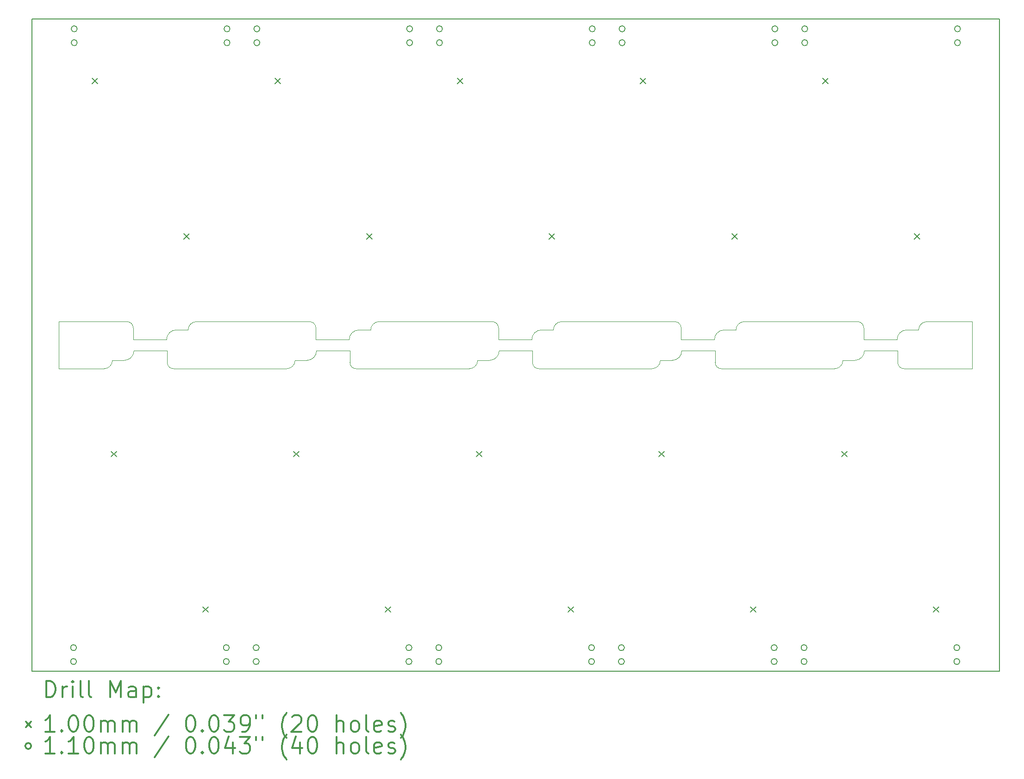
<source format=gbr>
%FSLAX45Y45*%
G04 Gerber Fmt 4.5, Leading zero omitted, Abs format (unit mm)*
G04 Created by KiCad (PCBNEW 4.0.7+dfsg1-1) date Thu Apr 26 21:13:50 2018*
%MOMM*%
%LPD*%
G01*
G04 APERTURE LIST*
%ADD10C,0.127000*%
%ADD11C,0.100000*%
%ADD12C,0.200000*%
%ADD13C,0.300000*%
G04 APERTURE END LIST*
D10*
D11*
X12623900Y-15099000D02*
X12623800Y-14236700D01*
X29324300Y-14236700D02*
X29324400Y-15099000D01*
D12*
X29823000Y-8700000D02*
X12127000Y-8699000D01*
X29823000Y-20636000D02*
X29823000Y-8700000D01*
X12127000Y-20636000D02*
X29823000Y-20636000D01*
X12127000Y-8699000D02*
X12127000Y-20638000D01*
D11*
X26809800Y-15099000D02*
X25984300Y-15099000D01*
X23469700Y-15099000D02*
X22644200Y-15099000D01*
X20129600Y-15099000D02*
X19304100Y-15099000D01*
X16789500Y-15099000D02*
X15964000Y-15099000D01*
X25984300Y-20636200D02*
X29324400Y-20636200D01*
X22644200Y-20636200D02*
X25984300Y-20636200D01*
X19304100Y-20636200D02*
X22644200Y-20636200D01*
X15964000Y-20636200D02*
X19304100Y-20636200D01*
X29324400Y-15099000D02*
X28079800Y-15099000D01*
X25984300Y-15099000D02*
X24739700Y-15099000D01*
X22644200Y-15099000D02*
X21399600Y-15099000D01*
X19304100Y-15099000D02*
X18059500Y-15099000D01*
X27228899Y-14237567D02*
G75*
G02X27343199Y-14351867I0J-114300D01*
G01*
X23888799Y-14237567D02*
G75*
G02X24003099Y-14351867I0J-114300D01*
G01*
X20548699Y-14237567D02*
G75*
G02X20662999Y-14351867I0J-114300D01*
G01*
X17208599Y-14237567D02*
G75*
G02X17322899Y-14351867I0J-114300D01*
G01*
X27178100Y-14946600D02*
G75*
G03X27355900Y-14768800I0J177800D01*
G01*
X23838000Y-14946600D02*
G75*
G03X24015800Y-14768800I0J177800D01*
G01*
X20497900Y-14946600D02*
G75*
G03X20675700Y-14768800I0J177800D01*
G01*
X17157800Y-14946600D02*
G75*
G03X17335600Y-14768800I0J177800D01*
G01*
X26809800Y-15099000D02*
G75*
G03X26962200Y-14946600I0J152400D01*
G01*
X23469700Y-15099000D02*
G75*
G03X23622100Y-14946600I0J152400D01*
G01*
X20129600Y-15099000D02*
G75*
G03X20282000Y-14946600I0J152400D01*
G01*
X16789500Y-15099000D02*
G75*
G03X16941900Y-14946600I0J152400D01*
G01*
X27355900Y-14768800D02*
X27965500Y-14768800D01*
X24015800Y-14768800D02*
X24625400Y-14768800D01*
X20675700Y-14768800D02*
X21285300Y-14768800D01*
X17335600Y-14768800D02*
X17945200Y-14768800D01*
X26962200Y-14946600D02*
X27178100Y-14946600D01*
X23622100Y-14946600D02*
X23838000Y-14946600D01*
X20282000Y-14946600D02*
X20497900Y-14946600D01*
X16941900Y-14946600D02*
X17157800Y-14946600D01*
X27343199Y-14567767D02*
X27343199Y-14351867D01*
X24003099Y-14567767D02*
X24003099Y-14351867D01*
X20662999Y-14567767D02*
X20662999Y-14351867D01*
X17322899Y-14567767D02*
X17322899Y-14351867D01*
X27952799Y-14567767D02*
X27343199Y-14567767D01*
X24612699Y-14567767D02*
X24003099Y-14567767D01*
X21272599Y-14567767D02*
X20662999Y-14567767D01*
X17932499Y-14567767D02*
X17322899Y-14567767D01*
X28498899Y-14237567D02*
G75*
G03X28346499Y-14389967I0J-152400D01*
G01*
X25158799Y-14237567D02*
G75*
G03X25006399Y-14389967I0J-152400D01*
G01*
X21818699Y-14237567D02*
G75*
G03X21666299Y-14389967I0J-152400D01*
G01*
X18478599Y-14237567D02*
G75*
G03X18326199Y-14389967I0J-152400D01*
G01*
X28346499Y-14389967D02*
X28130599Y-14389967D01*
X25006399Y-14389967D02*
X24790499Y-14389967D01*
X21666299Y-14389967D02*
X21450399Y-14389967D01*
X18326199Y-14389967D02*
X18110299Y-14389967D01*
X27965500Y-14768800D02*
X27965500Y-14984700D01*
X24625400Y-14768800D02*
X24625400Y-14984700D01*
X21285300Y-14768800D02*
X21285300Y-14984700D01*
X17945200Y-14768800D02*
X17945200Y-14984700D01*
X28130599Y-14389967D02*
G75*
G03X27952799Y-14567767I0J-177800D01*
G01*
X24790499Y-14389967D02*
G75*
G03X24612699Y-14567767I0J-177800D01*
G01*
X21450399Y-14389967D02*
G75*
G03X21272599Y-14567767I0J-177800D01*
G01*
X18110299Y-14389967D02*
G75*
G03X17932499Y-14567767I0J-177800D01*
G01*
X28079800Y-15099000D02*
G75*
G02X27965500Y-14984700I0J114300D01*
G01*
X24739700Y-15099000D02*
G75*
G02X24625400Y-14984700I0J114300D01*
G01*
X21399600Y-15099000D02*
G75*
G02X21285300Y-14984700I0J114300D01*
G01*
X18059500Y-15099000D02*
G75*
G02X17945200Y-14984700I0J114300D01*
G01*
X29324399Y-8700367D02*
X25984299Y-8700367D01*
X25984299Y-8700367D02*
X22644199Y-8700367D01*
X22644199Y-8700367D02*
X19304099Y-8700367D01*
X19304099Y-8700367D02*
X15963999Y-8700367D01*
X28498899Y-14237567D02*
X29324399Y-14237567D01*
X25158799Y-14237567D02*
X25984299Y-14237567D01*
X21818699Y-14237567D02*
X22644199Y-14237567D01*
X18478599Y-14237567D02*
X19304099Y-14237567D01*
X25984299Y-14237567D02*
X27228899Y-14237567D01*
X22644199Y-14237567D02*
X23888799Y-14237567D01*
X19304099Y-14237567D02*
X20548699Y-14237567D01*
X15963999Y-14237567D02*
X17208599Y-14237567D01*
X12623900Y-20636200D02*
X15964000Y-20636200D01*
X15964000Y-15099000D02*
X14719400Y-15099000D01*
X13449400Y-15099000D02*
X12623900Y-15099000D01*
X14719400Y-15099000D02*
G75*
G02X14605100Y-14984700I0J114300D01*
G01*
X13995500Y-14768800D02*
X14605100Y-14768800D01*
X13817700Y-14946600D02*
G75*
G03X13995500Y-14768800I0J177800D01*
G01*
X14605100Y-14768800D02*
X14605100Y-14984700D01*
X13601800Y-14946600D02*
X13817700Y-14946600D01*
X13449400Y-15099000D02*
G75*
G03X13601800Y-14946600I0J152400D01*
G01*
X14986099Y-14389967D02*
X14770199Y-14389967D01*
X15138499Y-14237567D02*
G75*
G03X14986099Y-14389967I0J-152400D01*
G01*
X14770199Y-14389967D02*
G75*
G03X14592399Y-14567767I0J-177800D01*
G01*
X13868499Y-14237567D02*
G75*
G02X13982799Y-14351867I0J-114300D01*
G01*
X13982799Y-14567767D02*
X13982799Y-14351867D01*
X15138499Y-14237567D02*
X15963999Y-14237567D01*
X12623899Y-14237567D02*
X13868499Y-14237567D01*
X14592399Y-14567767D02*
X13982799Y-14567767D01*
X15963999Y-8700367D02*
X12623899Y-8700367D01*
D12*
X13234299Y-9780667D02*
X13334299Y-9880667D01*
X13334299Y-9780667D02*
X13234299Y-9880667D01*
X13577200Y-16611100D02*
X13677200Y-16711100D01*
X13677200Y-16611100D02*
X13577200Y-16711100D01*
X14910699Y-12625467D02*
X15010699Y-12725467D01*
X15010699Y-12625467D02*
X14910699Y-12725467D01*
X15253600Y-19455900D02*
X15353600Y-19555900D01*
X15353600Y-19455900D02*
X15253600Y-19555900D01*
X16574399Y-9780667D02*
X16674399Y-9880667D01*
X16674399Y-9780667D02*
X16574399Y-9880667D01*
X16917300Y-16611100D02*
X17017300Y-16711100D01*
X17017300Y-16611100D02*
X16917300Y-16711100D01*
X18250799Y-12625467D02*
X18350799Y-12725467D01*
X18350799Y-12625467D02*
X18250799Y-12725467D01*
X18593700Y-19455900D02*
X18693700Y-19555900D01*
X18693700Y-19455900D02*
X18593700Y-19555900D01*
X19914499Y-9780667D02*
X20014499Y-9880667D01*
X20014499Y-9780667D02*
X19914499Y-9880667D01*
X20257400Y-16611100D02*
X20357400Y-16711100D01*
X20357400Y-16611100D02*
X20257400Y-16711100D01*
X21590899Y-12625467D02*
X21690899Y-12725467D01*
X21690899Y-12625467D02*
X21590899Y-12725467D01*
X21933800Y-19455900D02*
X22033800Y-19555900D01*
X22033800Y-19455900D02*
X21933800Y-19555900D01*
X23254599Y-9780667D02*
X23354599Y-9880667D01*
X23354599Y-9780667D02*
X23254599Y-9880667D01*
X23597500Y-16611100D02*
X23697500Y-16711100D01*
X23697500Y-16611100D02*
X23597500Y-16711100D01*
X24930999Y-12625467D02*
X25030999Y-12725467D01*
X25030999Y-12625467D02*
X24930999Y-12725467D01*
X25273900Y-19455900D02*
X25373900Y-19555900D01*
X25373900Y-19455900D02*
X25273900Y-19555900D01*
X26594699Y-9780667D02*
X26694699Y-9880667D01*
X26694699Y-9780667D02*
X26594699Y-9880667D01*
X26937600Y-16611100D02*
X27037600Y-16711100D01*
X27037600Y-16611100D02*
X26937600Y-16711100D01*
X28271099Y-12625467D02*
X28371099Y-12725467D01*
X28371099Y-12625467D02*
X28271099Y-12725467D01*
X28614000Y-19455900D02*
X28714000Y-19555900D01*
X28714000Y-19455900D02*
X28614000Y-19555900D01*
X12945600Y-20204400D02*
G75*
G03X12945600Y-20204400I-55000J0D01*
G01*
X12945600Y-20458400D02*
G75*
G03X12945600Y-20458400I-55000J0D01*
G01*
X12958299Y-8878167D02*
G75*
G03X12958299Y-8878167I-55000J0D01*
G01*
X12958299Y-9132167D02*
G75*
G03X12958299Y-9132167I-55000J0D01*
G01*
X15739600Y-20204400D02*
G75*
G03X15739600Y-20204400I-55000J0D01*
G01*
X15739600Y-20458400D02*
G75*
G03X15739600Y-20458400I-55000J0D01*
G01*
X15752299Y-8878167D02*
G75*
G03X15752299Y-8878167I-55000J0D01*
G01*
X15752299Y-9132167D02*
G75*
G03X15752299Y-9132167I-55000J0D01*
G01*
X16285700Y-20204400D02*
G75*
G03X16285700Y-20204400I-55000J0D01*
G01*
X16285700Y-20458400D02*
G75*
G03X16285700Y-20458400I-55000J0D01*
G01*
X16298399Y-8878167D02*
G75*
G03X16298399Y-8878167I-55000J0D01*
G01*
X16298399Y-9132167D02*
G75*
G03X16298399Y-9132167I-55000J0D01*
G01*
X19079700Y-20204400D02*
G75*
G03X19079700Y-20204400I-55000J0D01*
G01*
X19079700Y-20458400D02*
G75*
G03X19079700Y-20458400I-55000J0D01*
G01*
X19092399Y-8878167D02*
G75*
G03X19092399Y-8878167I-55000J0D01*
G01*
X19092399Y-9132167D02*
G75*
G03X19092399Y-9132167I-55000J0D01*
G01*
X19625800Y-20204400D02*
G75*
G03X19625800Y-20204400I-55000J0D01*
G01*
X19625800Y-20458400D02*
G75*
G03X19625800Y-20458400I-55000J0D01*
G01*
X19638499Y-8878167D02*
G75*
G03X19638499Y-8878167I-55000J0D01*
G01*
X19638499Y-9132167D02*
G75*
G03X19638499Y-9132167I-55000J0D01*
G01*
X22419800Y-20204400D02*
G75*
G03X22419800Y-20204400I-55000J0D01*
G01*
X22419800Y-20458400D02*
G75*
G03X22419800Y-20458400I-55000J0D01*
G01*
X22432499Y-8878167D02*
G75*
G03X22432499Y-8878167I-55000J0D01*
G01*
X22432499Y-9132167D02*
G75*
G03X22432499Y-9132167I-55000J0D01*
G01*
X22965900Y-20204400D02*
G75*
G03X22965900Y-20204400I-55000J0D01*
G01*
X22965900Y-20458400D02*
G75*
G03X22965900Y-20458400I-55000J0D01*
G01*
X22978599Y-8878167D02*
G75*
G03X22978599Y-8878167I-55000J0D01*
G01*
X22978599Y-9132167D02*
G75*
G03X22978599Y-9132167I-55000J0D01*
G01*
X25759900Y-20204400D02*
G75*
G03X25759900Y-20204400I-55000J0D01*
G01*
X25759900Y-20458400D02*
G75*
G03X25759900Y-20458400I-55000J0D01*
G01*
X25772599Y-8878167D02*
G75*
G03X25772599Y-8878167I-55000J0D01*
G01*
X25772599Y-9132167D02*
G75*
G03X25772599Y-9132167I-55000J0D01*
G01*
X26306000Y-20204400D02*
G75*
G03X26306000Y-20204400I-55000J0D01*
G01*
X26306000Y-20458400D02*
G75*
G03X26306000Y-20458400I-55000J0D01*
G01*
X26318699Y-8878167D02*
G75*
G03X26318699Y-8878167I-55000J0D01*
G01*
X26318699Y-9132167D02*
G75*
G03X26318699Y-9132167I-55000J0D01*
G01*
X29100000Y-20204400D02*
G75*
G03X29100000Y-20204400I-55000J0D01*
G01*
X29100000Y-20458400D02*
G75*
G03X29100000Y-20458400I-55000J0D01*
G01*
X29112699Y-8878167D02*
G75*
G03X29112699Y-8878167I-55000J0D01*
G01*
X29112699Y-9132167D02*
G75*
G03X29112699Y-9132167I-55000J0D01*
G01*
D13*
X12388428Y-21113714D02*
X12388428Y-20813714D01*
X12459857Y-20813714D01*
X12502714Y-20828000D01*
X12531286Y-20856572D01*
X12545571Y-20885143D01*
X12559857Y-20942286D01*
X12559857Y-20985143D01*
X12545571Y-21042286D01*
X12531286Y-21070857D01*
X12502714Y-21099429D01*
X12459857Y-21113714D01*
X12388428Y-21113714D01*
X12688428Y-21113714D02*
X12688428Y-20913714D01*
X12688428Y-20970857D02*
X12702714Y-20942286D01*
X12717000Y-20928000D01*
X12745571Y-20913714D01*
X12774143Y-20913714D01*
X12874143Y-21113714D02*
X12874143Y-20913714D01*
X12874143Y-20813714D02*
X12859857Y-20828000D01*
X12874143Y-20842286D01*
X12888428Y-20828000D01*
X12874143Y-20813714D01*
X12874143Y-20842286D01*
X13059857Y-21113714D02*
X13031286Y-21099429D01*
X13017000Y-21070857D01*
X13017000Y-20813714D01*
X13217000Y-21113714D02*
X13188428Y-21099429D01*
X13174143Y-21070857D01*
X13174143Y-20813714D01*
X13559857Y-21113714D02*
X13559857Y-20813714D01*
X13659857Y-21028000D01*
X13759857Y-20813714D01*
X13759857Y-21113714D01*
X14031286Y-21113714D02*
X14031286Y-20956572D01*
X14017000Y-20928000D01*
X13988428Y-20913714D01*
X13931286Y-20913714D01*
X13902714Y-20928000D01*
X14031286Y-21099429D02*
X14002714Y-21113714D01*
X13931286Y-21113714D01*
X13902714Y-21099429D01*
X13888428Y-21070857D01*
X13888428Y-21042286D01*
X13902714Y-21013714D01*
X13931286Y-20999429D01*
X14002714Y-20999429D01*
X14031286Y-20985143D01*
X14174143Y-20913714D02*
X14174143Y-21213714D01*
X14174143Y-20928000D02*
X14202714Y-20913714D01*
X14259857Y-20913714D01*
X14288428Y-20928000D01*
X14302714Y-20942286D01*
X14317000Y-20970857D01*
X14317000Y-21056572D01*
X14302714Y-21085143D01*
X14288428Y-21099429D01*
X14259857Y-21113714D01*
X14202714Y-21113714D01*
X14174143Y-21099429D01*
X14445571Y-21085143D02*
X14459857Y-21099429D01*
X14445571Y-21113714D01*
X14431286Y-21099429D01*
X14445571Y-21085143D01*
X14445571Y-21113714D01*
X14445571Y-20928000D02*
X14459857Y-20942286D01*
X14445571Y-20956572D01*
X14431286Y-20942286D01*
X14445571Y-20928000D01*
X14445571Y-20956572D01*
X12017000Y-21558000D02*
X12117000Y-21658000D01*
X12117000Y-21558000D02*
X12017000Y-21658000D01*
X12545571Y-21743714D02*
X12374143Y-21743714D01*
X12459857Y-21743714D02*
X12459857Y-21443714D01*
X12431286Y-21486572D01*
X12402714Y-21515143D01*
X12374143Y-21529429D01*
X12674143Y-21715143D02*
X12688428Y-21729429D01*
X12674143Y-21743714D01*
X12659857Y-21729429D01*
X12674143Y-21715143D01*
X12674143Y-21743714D01*
X12874143Y-21443714D02*
X12902714Y-21443714D01*
X12931286Y-21458000D01*
X12945571Y-21472286D01*
X12959857Y-21500857D01*
X12974143Y-21558000D01*
X12974143Y-21629429D01*
X12959857Y-21686572D01*
X12945571Y-21715143D01*
X12931286Y-21729429D01*
X12902714Y-21743714D01*
X12874143Y-21743714D01*
X12845571Y-21729429D01*
X12831286Y-21715143D01*
X12817000Y-21686572D01*
X12802714Y-21629429D01*
X12802714Y-21558000D01*
X12817000Y-21500857D01*
X12831286Y-21472286D01*
X12845571Y-21458000D01*
X12874143Y-21443714D01*
X13159857Y-21443714D02*
X13188428Y-21443714D01*
X13217000Y-21458000D01*
X13231286Y-21472286D01*
X13245571Y-21500857D01*
X13259857Y-21558000D01*
X13259857Y-21629429D01*
X13245571Y-21686572D01*
X13231286Y-21715143D01*
X13217000Y-21729429D01*
X13188428Y-21743714D01*
X13159857Y-21743714D01*
X13131286Y-21729429D01*
X13117000Y-21715143D01*
X13102714Y-21686572D01*
X13088428Y-21629429D01*
X13088428Y-21558000D01*
X13102714Y-21500857D01*
X13117000Y-21472286D01*
X13131286Y-21458000D01*
X13159857Y-21443714D01*
X13388428Y-21743714D02*
X13388428Y-21543714D01*
X13388428Y-21572286D02*
X13402714Y-21558000D01*
X13431286Y-21543714D01*
X13474143Y-21543714D01*
X13502714Y-21558000D01*
X13517000Y-21586572D01*
X13517000Y-21743714D01*
X13517000Y-21586572D02*
X13531286Y-21558000D01*
X13559857Y-21543714D01*
X13602714Y-21543714D01*
X13631286Y-21558000D01*
X13645571Y-21586572D01*
X13645571Y-21743714D01*
X13788428Y-21743714D02*
X13788428Y-21543714D01*
X13788428Y-21572286D02*
X13802714Y-21558000D01*
X13831286Y-21543714D01*
X13874143Y-21543714D01*
X13902714Y-21558000D01*
X13917000Y-21586572D01*
X13917000Y-21743714D01*
X13917000Y-21586572D02*
X13931286Y-21558000D01*
X13959857Y-21543714D01*
X14002714Y-21543714D01*
X14031286Y-21558000D01*
X14045571Y-21586572D01*
X14045571Y-21743714D01*
X14631286Y-21429429D02*
X14374143Y-21815143D01*
X15017000Y-21443714D02*
X15045571Y-21443714D01*
X15074143Y-21458000D01*
X15088428Y-21472286D01*
X15102714Y-21500857D01*
X15117000Y-21558000D01*
X15117000Y-21629429D01*
X15102714Y-21686572D01*
X15088428Y-21715143D01*
X15074143Y-21729429D01*
X15045571Y-21743714D01*
X15017000Y-21743714D01*
X14988428Y-21729429D01*
X14974143Y-21715143D01*
X14959857Y-21686572D01*
X14945571Y-21629429D01*
X14945571Y-21558000D01*
X14959857Y-21500857D01*
X14974143Y-21472286D01*
X14988428Y-21458000D01*
X15017000Y-21443714D01*
X15245571Y-21715143D02*
X15259857Y-21729429D01*
X15245571Y-21743714D01*
X15231286Y-21729429D01*
X15245571Y-21715143D01*
X15245571Y-21743714D01*
X15445571Y-21443714D02*
X15474143Y-21443714D01*
X15502714Y-21458000D01*
X15517000Y-21472286D01*
X15531285Y-21500857D01*
X15545571Y-21558000D01*
X15545571Y-21629429D01*
X15531285Y-21686572D01*
X15517000Y-21715143D01*
X15502714Y-21729429D01*
X15474143Y-21743714D01*
X15445571Y-21743714D01*
X15417000Y-21729429D01*
X15402714Y-21715143D01*
X15388428Y-21686572D01*
X15374143Y-21629429D01*
X15374143Y-21558000D01*
X15388428Y-21500857D01*
X15402714Y-21472286D01*
X15417000Y-21458000D01*
X15445571Y-21443714D01*
X15645571Y-21443714D02*
X15831285Y-21443714D01*
X15731285Y-21558000D01*
X15774143Y-21558000D01*
X15802714Y-21572286D01*
X15817000Y-21586572D01*
X15831285Y-21615143D01*
X15831285Y-21686572D01*
X15817000Y-21715143D01*
X15802714Y-21729429D01*
X15774143Y-21743714D01*
X15688428Y-21743714D01*
X15659857Y-21729429D01*
X15645571Y-21715143D01*
X15974143Y-21743714D02*
X16031285Y-21743714D01*
X16059857Y-21729429D01*
X16074143Y-21715143D01*
X16102714Y-21672286D01*
X16117000Y-21615143D01*
X16117000Y-21500857D01*
X16102714Y-21472286D01*
X16088428Y-21458000D01*
X16059857Y-21443714D01*
X16002714Y-21443714D01*
X15974143Y-21458000D01*
X15959857Y-21472286D01*
X15945571Y-21500857D01*
X15945571Y-21572286D01*
X15959857Y-21600857D01*
X15974143Y-21615143D01*
X16002714Y-21629429D01*
X16059857Y-21629429D01*
X16088428Y-21615143D01*
X16102714Y-21600857D01*
X16117000Y-21572286D01*
X16231286Y-21443714D02*
X16231286Y-21500857D01*
X16345571Y-21443714D02*
X16345571Y-21500857D01*
X16788428Y-21858000D02*
X16774143Y-21843714D01*
X16745571Y-21800857D01*
X16731285Y-21772286D01*
X16717000Y-21729429D01*
X16702714Y-21658000D01*
X16702714Y-21600857D01*
X16717000Y-21529429D01*
X16731285Y-21486572D01*
X16745571Y-21458000D01*
X16774143Y-21415143D01*
X16788428Y-21400857D01*
X16888428Y-21472286D02*
X16902714Y-21458000D01*
X16931286Y-21443714D01*
X17002714Y-21443714D01*
X17031286Y-21458000D01*
X17045571Y-21472286D01*
X17059857Y-21500857D01*
X17059857Y-21529429D01*
X17045571Y-21572286D01*
X16874143Y-21743714D01*
X17059857Y-21743714D01*
X17245571Y-21443714D02*
X17274143Y-21443714D01*
X17302714Y-21458000D01*
X17317000Y-21472286D01*
X17331286Y-21500857D01*
X17345571Y-21558000D01*
X17345571Y-21629429D01*
X17331286Y-21686572D01*
X17317000Y-21715143D01*
X17302714Y-21729429D01*
X17274143Y-21743714D01*
X17245571Y-21743714D01*
X17217000Y-21729429D01*
X17202714Y-21715143D01*
X17188428Y-21686572D01*
X17174143Y-21629429D01*
X17174143Y-21558000D01*
X17188428Y-21500857D01*
X17202714Y-21472286D01*
X17217000Y-21458000D01*
X17245571Y-21443714D01*
X17702714Y-21743714D02*
X17702714Y-21443714D01*
X17831286Y-21743714D02*
X17831286Y-21586572D01*
X17817000Y-21558000D01*
X17788428Y-21543714D01*
X17745571Y-21543714D01*
X17717000Y-21558000D01*
X17702714Y-21572286D01*
X18017000Y-21743714D02*
X17988428Y-21729429D01*
X17974143Y-21715143D01*
X17959857Y-21686572D01*
X17959857Y-21600857D01*
X17974143Y-21572286D01*
X17988428Y-21558000D01*
X18017000Y-21543714D01*
X18059857Y-21543714D01*
X18088428Y-21558000D01*
X18102714Y-21572286D01*
X18117000Y-21600857D01*
X18117000Y-21686572D01*
X18102714Y-21715143D01*
X18088428Y-21729429D01*
X18059857Y-21743714D01*
X18017000Y-21743714D01*
X18288428Y-21743714D02*
X18259857Y-21729429D01*
X18245571Y-21700857D01*
X18245571Y-21443714D01*
X18517000Y-21729429D02*
X18488429Y-21743714D01*
X18431286Y-21743714D01*
X18402714Y-21729429D01*
X18388429Y-21700857D01*
X18388429Y-21586572D01*
X18402714Y-21558000D01*
X18431286Y-21543714D01*
X18488429Y-21543714D01*
X18517000Y-21558000D01*
X18531286Y-21586572D01*
X18531286Y-21615143D01*
X18388429Y-21643714D01*
X18645571Y-21729429D02*
X18674143Y-21743714D01*
X18731286Y-21743714D01*
X18759857Y-21729429D01*
X18774143Y-21700857D01*
X18774143Y-21686572D01*
X18759857Y-21658000D01*
X18731286Y-21643714D01*
X18688429Y-21643714D01*
X18659857Y-21629429D01*
X18645571Y-21600857D01*
X18645571Y-21586572D01*
X18659857Y-21558000D01*
X18688429Y-21543714D01*
X18731286Y-21543714D01*
X18759857Y-21558000D01*
X18874143Y-21858000D02*
X18888429Y-21843714D01*
X18917000Y-21800857D01*
X18931286Y-21772286D01*
X18945571Y-21729429D01*
X18959857Y-21658000D01*
X18959857Y-21600857D01*
X18945571Y-21529429D01*
X18931286Y-21486572D01*
X18917000Y-21458000D01*
X18888429Y-21415143D01*
X18874143Y-21400857D01*
X12117000Y-22004000D02*
G75*
G03X12117000Y-22004000I-55000J0D01*
G01*
X12545571Y-22139714D02*
X12374143Y-22139714D01*
X12459857Y-22139714D02*
X12459857Y-21839714D01*
X12431286Y-21882572D01*
X12402714Y-21911143D01*
X12374143Y-21925429D01*
X12674143Y-22111143D02*
X12688428Y-22125429D01*
X12674143Y-22139714D01*
X12659857Y-22125429D01*
X12674143Y-22111143D01*
X12674143Y-22139714D01*
X12974143Y-22139714D02*
X12802714Y-22139714D01*
X12888428Y-22139714D02*
X12888428Y-21839714D01*
X12859857Y-21882572D01*
X12831286Y-21911143D01*
X12802714Y-21925429D01*
X13159857Y-21839714D02*
X13188428Y-21839714D01*
X13217000Y-21854000D01*
X13231286Y-21868286D01*
X13245571Y-21896857D01*
X13259857Y-21954000D01*
X13259857Y-22025429D01*
X13245571Y-22082572D01*
X13231286Y-22111143D01*
X13217000Y-22125429D01*
X13188428Y-22139714D01*
X13159857Y-22139714D01*
X13131286Y-22125429D01*
X13117000Y-22111143D01*
X13102714Y-22082572D01*
X13088428Y-22025429D01*
X13088428Y-21954000D01*
X13102714Y-21896857D01*
X13117000Y-21868286D01*
X13131286Y-21854000D01*
X13159857Y-21839714D01*
X13388428Y-22139714D02*
X13388428Y-21939714D01*
X13388428Y-21968286D02*
X13402714Y-21954000D01*
X13431286Y-21939714D01*
X13474143Y-21939714D01*
X13502714Y-21954000D01*
X13517000Y-21982572D01*
X13517000Y-22139714D01*
X13517000Y-21982572D02*
X13531286Y-21954000D01*
X13559857Y-21939714D01*
X13602714Y-21939714D01*
X13631286Y-21954000D01*
X13645571Y-21982572D01*
X13645571Y-22139714D01*
X13788428Y-22139714D02*
X13788428Y-21939714D01*
X13788428Y-21968286D02*
X13802714Y-21954000D01*
X13831286Y-21939714D01*
X13874143Y-21939714D01*
X13902714Y-21954000D01*
X13917000Y-21982572D01*
X13917000Y-22139714D01*
X13917000Y-21982572D02*
X13931286Y-21954000D01*
X13959857Y-21939714D01*
X14002714Y-21939714D01*
X14031286Y-21954000D01*
X14045571Y-21982572D01*
X14045571Y-22139714D01*
X14631286Y-21825429D02*
X14374143Y-22211143D01*
X15017000Y-21839714D02*
X15045571Y-21839714D01*
X15074143Y-21854000D01*
X15088428Y-21868286D01*
X15102714Y-21896857D01*
X15117000Y-21954000D01*
X15117000Y-22025429D01*
X15102714Y-22082572D01*
X15088428Y-22111143D01*
X15074143Y-22125429D01*
X15045571Y-22139714D01*
X15017000Y-22139714D01*
X14988428Y-22125429D01*
X14974143Y-22111143D01*
X14959857Y-22082572D01*
X14945571Y-22025429D01*
X14945571Y-21954000D01*
X14959857Y-21896857D01*
X14974143Y-21868286D01*
X14988428Y-21854000D01*
X15017000Y-21839714D01*
X15245571Y-22111143D02*
X15259857Y-22125429D01*
X15245571Y-22139714D01*
X15231286Y-22125429D01*
X15245571Y-22111143D01*
X15245571Y-22139714D01*
X15445571Y-21839714D02*
X15474143Y-21839714D01*
X15502714Y-21854000D01*
X15517000Y-21868286D01*
X15531285Y-21896857D01*
X15545571Y-21954000D01*
X15545571Y-22025429D01*
X15531285Y-22082572D01*
X15517000Y-22111143D01*
X15502714Y-22125429D01*
X15474143Y-22139714D01*
X15445571Y-22139714D01*
X15417000Y-22125429D01*
X15402714Y-22111143D01*
X15388428Y-22082572D01*
X15374143Y-22025429D01*
X15374143Y-21954000D01*
X15388428Y-21896857D01*
X15402714Y-21868286D01*
X15417000Y-21854000D01*
X15445571Y-21839714D01*
X15802714Y-21939714D02*
X15802714Y-22139714D01*
X15731285Y-21825429D02*
X15659857Y-22039714D01*
X15845571Y-22039714D01*
X15931285Y-21839714D02*
X16117000Y-21839714D01*
X16017000Y-21954000D01*
X16059857Y-21954000D01*
X16088428Y-21968286D01*
X16102714Y-21982572D01*
X16117000Y-22011143D01*
X16117000Y-22082572D01*
X16102714Y-22111143D01*
X16088428Y-22125429D01*
X16059857Y-22139714D01*
X15974143Y-22139714D01*
X15945571Y-22125429D01*
X15931285Y-22111143D01*
X16231286Y-21839714D02*
X16231286Y-21896857D01*
X16345571Y-21839714D02*
X16345571Y-21896857D01*
X16788428Y-22254000D02*
X16774143Y-22239714D01*
X16745571Y-22196857D01*
X16731285Y-22168286D01*
X16717000Y-22125429D01*
X16702714Y-22054000D01*
X16702714Y-21996857D01*
X16717000Y-21925429D01*
X16731285Y-21882572D01*
X16745571Y-21854000D01*
X16774143Y-21811143D01*
X16788428Y-21796857D01*
X17031286Y-21939714D02*
X17031286Y-22139714D01*
X16959857Y-21825429D02*
X16888428Y-22039714D01*
X17074143Y-22039714D01*
X17245571Y-21839714D02*
X17274143Y-21839714D01*
X17302714Y-21854000D01*
X17317000Y-21868286D01*
X17331286Y-21896857D01*
X17345571Y-21954000D01*
X17345571Y-22025429D01*
X17331286Y-22082572D01*
X17317000Y-22111143D01*
X17302714Y-22125429D01*
X17274143Y-22139714D01*
X17245571Y-22139714D01*
X17217000Y-22125429D01*
X17202714Y-22111143D01*
X17188428Y-22082572D01*
X17174143Y-22025429D01*
X17174143Y-21954000D01*
X17188428Y-21896857D01*
X17202714Y-21868286D01*
X17217000Y-21854000D01*
X17245571Y-21839714D01*
X17702714Y-22139714D02*
X17702714Y-21839714D01*
X17831286Y-22139714D02*
X17831286Y-21982572D01*
X17817000Y-21954000D01*
X17788428Y-21939714D01*
X17745571Y-21939714D01*
X17717000Y-21954000D01*
X17702714Y-21968286D01*
X18017000Y-22139714D02*
X17988428Y-22125429D01*
X17974143Y-22111143D01*
X17959857Y-22082572D01*
X17959857Y-21996857D01*
X17974143Y-21968286D01*
X17988428Y-21954000D01*
X18017000Y-21939714D01*
X18059857Y-21939714D01*
X18088428Y-21954000D01*
X18102714Y-21968286D01*
X18117000Y-21996857D01*
X18117000Y-22082572D01*
X18102714Y-22111143D01*
X18088428Y-22125429D01*
X18059857Y-22139714D01*
X18017000Y-22139714D01*
X18288428Y-22139714D02*
X18259857Y-22125429D01*
X18245571Y-22096857D01*
X18245571Y-21839714D01*
X18517000Y-22125429D02*
X18488429Y-22139714D01*
X18431286Y-22139714D01*
X18402714Y-22125429D01*
X18388429Y-22096857D01*
X18388429Y-21982572D01*
X18402714Y-21954000D01*
X18431286Y-21939714D01*
X18488429Y-21939714D01*
X18517000Y-21954000D01*
X18531286Y-21982572D01*
X18531286Y-22011143D01*
X18388429Y-22039714D01*
X18645571Y-22125429D02*
X18674143Y-22139714D01*
X18731286Y-22139714D01*
X18759857Y-22125429D01*
X18774143Y-22096857D01*
X18774143Y-22082572D01*
X18759857Y-22054000D01*
X18731286Y-22039714D01*
X18688429Y-22039714D01*
X18659857Y-22025429D01*
X18645571Y-21996857D01*
X18645571Y-21982572D01*
X18659857Y-21954000D01*
X18688429Y-21939714D01*
X18731286Y-21939714D01*
X18759857Y-21954000D01*
X18874143Y-22254000D02*
X18888429Y-22239714D01*
X18917000Y-22196857D01*
X18931286Y-22168286D01*
X18945571Y-22125429D01*
X18959857Y-22054000D01*
X18959857Y-21996857D01*
X18945571Y-21925429D01*
X18931286Y-21882572D01*
X18917000Y-21854000D01*
X18888429Y-21811143D01*
X18874143Y-21796857D01*
M02*

</source>
